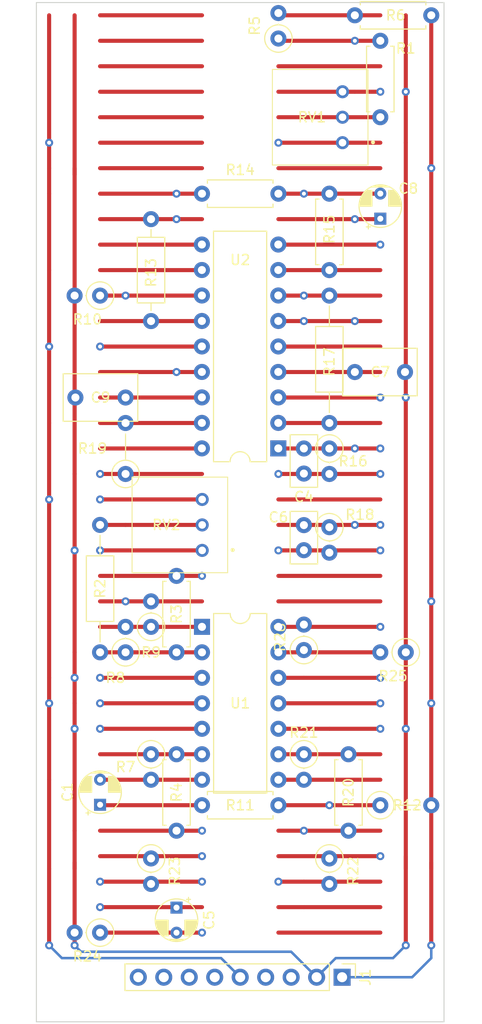
<source format=kicad_pcb>
(kicad_pcb (version 20211014) (generator pcbnew)
  (title_block (title "Eurorack ProtoModule") (date "2021-10-06") (rev "1.0") (company "Len Popp") (comment 1 "Copyright © 2022 Len Popp CC BY") (comment 2 "Layout design for my custom Eurorack breadboard prototyping module"))
  (layers (0 "F.Cu" signal) (1 "In1.Cu" jumper "Wire1.Cu") (2 "In2.Cu" jumper "Wire2.Cu") (3 "In3.Cu" jumper "Wire3.Cu") (4 "In4.Cu" jumper "Wire4.Cu") (31 "B.Cu" signal) (34 "B.Paste" user) (35 "F.Paste" user) (36 "B.SilkS" user "B.Silkscreen") (37 "F.SilkS" user "F.Silkscreen") (38 "B.Mask" user) (39 "F.Mask" user) (44 "Edge.Cuts" user))
  (net 0 "")
  (net 1 "+12V")
  (net 2 "GND")
  (net 3 "-12V")
  (net 4 "Net-(C1-Pad1)")
  (net 5 "Net-(C1-Pad2)")
  (net 6 "Net-(C3-Pad2)")
  (net 8 "Net-(C5-Pad1)")
  (net 9 "Net-(C4-Pad1)")
  (net 10 "/HP")
  (net 11 "Net-(C5-Pad2)")
  (net 12 "Net-(C7-Pad1)")
  (net 13 "Net-(C8-Pad1)")
  (net 14 "/BP")
  (net 15 "Net-(C9-Pad1)")
  (net 16 "/LP")
  (net 17 "OUT")
  (net 18 "IN")
  (net 22 "Net-(R1-Pad1)")
  (net 23 "Net-(R1-Pad2)")
  (net 24 "Net-(R2-Pad1)")
  (net 25 "Net-(R2-Pad2)")
  (net 26 "Net-(R4-Pad2)")
  (net 27 "Net-(R5-Pad2)")
  (net 28 "Net-(R8-Pad2)")
  (net 29 "Net-(R10-Pad1)")
  (net 30 "Net-(R15-Pad2)")
  (net 31 "Net-(R17-Pad2)")
  (net 32 "Net-(R19-Pad2)")
  (net 33 "Net-(R20-Pad2)")
  (net 34 "/BP-OUT")
  (net 35 "unconnected-(U2-Pad5)")
  (net 36 "unconnected-(U2-Pad10)")
  (net 37 "unconnected-(U2-Pad11)")
  (net 38 "unconnected-(U2-Pad18)")
  (net 39 "Net-(R25-Pad2)")
  (footprint "Connector_PinHeader_2.54mm:PinHeader_1x09_P2.54mm_Vertical" (layer "F.Cu") (at 113.03 131.445 -90)
    (fp_text reference "J1" (at 0 -2.33 90) (layer "F.SilkS"))
    (fp_text value "Conn_01x09")
    (pad "1" thru_hole rect locked (at 0 0 270) (size 1.7 1.7) (drill 1) (layers *.Cu *.Mask) (net 3 "-12V"))
    (pad "2" thru_hole oval locked (at 0 2.54 270) (size 1.7 1.7) (drill 1) (layers *.Cu *.Mask) (net 2 "GND"))
    (pad "3" thru_hole oval locked (at 0 5.08 270) (size 1.7 1.7) (drill 1) (layers *.Cu *.Mask) (net 17 "OUT"))
    (pad "4" thru_hole oval locked (at 0 7.62 270) (size 1.7 1.7) (drill 1) (layers *.Cu *.Mask) (net 18 "IN"))
    (pad "5" thru_hole oval locked (at 0 10.16 270) (size 1.7 1.7) (drill 1) (layers *.Cu *.Mask) (net 1 "+12V"))
    (pad "6" thru_hole oval locked (at 0 12.7 270) (size 1.7 1.7) (drill 1) (layers *.Cu *.Mask))
    (pad "7" thru_hole oval locked (at 0 15.24 270) (size 1.7 1.7) (drill 1) (layers *.Cu *.Mask))
    (pad "8" thru_hole oval locked (at 0 17.78 270) (size 1.7 1.7) (drill 1) (layers *.Cu *.Mask))
    (pad "9" thru_hole oval locked (at 0 20.32 270) (size 1.7 1.7) (drill 1) (layers *.Cu *.Mask))
  )
  (footprint "-lmp-misc:C_Rect_L7.2mm_W4.5mm_P5.00mm" (layer "F.Cu") (at 114.3 71.12)
    (fp_text reference "C7" (at 2.54 0) (layer "F.SilkS"))
    (fp_text value "150P")
    (pad "1" thru_hole circle locked (at 0 0) (size 1.6 1.6) (drill 0.8) (layers *.Cu *.Mask) (net 12 "Net-(C7-Pad1)"))
    (pad "2" thru_hole circle locked (at 5 0) (size 1.6 1.6) (drill 0.8) (layers *.Cu *.Mask) (net 2 "GND"))
  )
  (footprint "-lmp-stripboard:SB_Gen_1" (layer "F.Cu") (at 109.22 109.22 -90)
    (fp_text reference "R21" (at -2.159 0 180) (layer "F.SilkS"))
    (fp_text value "100K")
    (pad "1" thru_hole circle locked (at 0 0 270) (size 1.6 1.6) (drill 0.8) (layers *.Cu *.Mask) (net 33 "Net-(R20-Pad2)"))
    (pad "2" thru_hole oval locked (at 2.54 0 270) (size 1.6 1.6) (drill 0.8) (layers *.Cu *.Mask) (net 34 "/BP-OUT"))
  )
  (footprint "-lmp-stripboard:SB_Gen_1" (layer "F.Cu") (at 111.76 86.585 -90)
    (fp_text reference "R18" (at -1.241 -3.048) (layer "F.SilkS"))
    (fp_text value "91K")
    (pad "1" thru_hole circle locked (at 0 0 270) (size 1.6 1.6) (drill 0.8) (layers *.Cu *.Mask) (net 9 "Net-(C4-Pad1)"))
    (pad "2" thru_hole oval locked (at 2.54 0 270) (size 1.6 1.6) (drill 0.8) (layers *.Cu *.Mask) (net 16 "/LP"))
  )
  (footprint "-lmp-stripboard:SB_Gen_1" (layer "F.Cu") (at 106.68 37.875 90)
    (fp_text reference "R5" (at 1.27 -2.37 90) (layer "F.SilkS"))
    (fp_text value "1M")
    (pad "1" thru_hole circle locked (at 0 0 90) (size 1.6 1.6) (drill 0.8) (layers *.Cu *.Mask) (net 23 "Net-(R1-Pad2)"))
    (pad "2" thru_hole oval locked (at 2.54 0 90) (size 1.6 1.6) (drill 0.8) (layers *.Cu *.Mask) (net 27 "Net-(R5-Pad2)"))
  )
  (footprint "-lmp-misc:R_Axial_DIN0207_L6.3mm_D2.5mm_P7.62mm_Horizontal" (layer "F.Cu") (at 96.52 116.84 90)
    (fp_text reference "R4" (at 3.81 0 90) (layer "F.SilkS"))
    (fp_text value "200K")
    (pad "1" thru_hole circle locked (at 0 0 90) (size 1.6 1.6) (drill 0.8) (layers *.Cu *.Mask) (net 18 "IN"))
    (pad "2" thru_hole oval locked (at 7.62 0 90) (size 1.6 1.6) (drill 0.8) (layers *.Cu *.Mask) (net 26 "Net-(R4-Pad2)"))
  )
  (footprint "-lmp-stripboard:SB_Gen_1" (layer "F.Cu") (at 88.9 127 180)
    (fp_text reference "R24" (at 1.27 -2.37) (layer "F.SilkS"))
    (fp_text value "1M")
    (pad "1" thru_hole circle locked (at 0 0 180) (size 1.6 1.6) (drill 0.8) (layers *.Cu *.Mask) (net 11 "Net-(C5-Pad2)"))
    (pad "2" thru_hole oval locked (at 2.54 0 180) (size 1.6 1.6) (drill 0.8) (layers *.Cu *.Mask) (net 2 "GND"))
  )
  (footprint "Package_DIP:DIP-18_W7.62mm" (layer "F.Cu") (at 106.67 78.73 180)
    (fp_text reference "U2" (at 3.8 18.786) (layer "F.SilkS"))
    (fp_text value "CEM3320")
    (pad "1" thru_hole rect (at 0 0 180) (size 1.6 1.6) (drill 0.8) (layers *.Cu *.Mask) (net 9 "Net-(C4-Pad1)"))
    (pad "2" thru_hole oval (at 0 2.54 180) (size 1.6 1.6) (drill 0.8) (layers *.Cu *.Mask) (net 31 "Net-(R17-Pad2)"))
    (pad "3" thru_hole oval (at 0 5.08 180) (size 1.6 1.6) (drill 0.8) (layers *.Cu *.Mask) (net 2 "GND"))
    (pad "4" thru_hole oval (at 0 7.62 180) (size 1.6 1.6) (drill 0.8) (layers *.Cu *.Mask) (net 12 "Net-(C7-Pad1)"))
    (pad "5" thru_hole oval (at 0 10.16 180) (size 1.6 1.6) (drill 0.8) (layers *.Cu *.Mask) (net 35 "unconnected-(U2-Pad5)"))
    (pad "6" thru_hole oval (at 0 12.7 180) (size 1.6 1.6) (drill 0.8) (layers *.Cu *.Mask) (net 13 "Net-(C8-Pad1)"))
    (pad "7" thru_hole oval (at 0 15.24 180) (size 1.6 1.6) (drill 0.8) (layers *.Cu *.Mask) (net 10 "/HP"))
    (pad "8" thru_hole oval (at 0 17.78 180) (size 1.6 1.6) (drill 0.8) (layers *.Cu *.Mask) (net 30 "Net-(R15-Pad2)"))
    (pad "9" thru_hole oval (at 0 20.32 180) (size 1.6 1.6) (drill 0.8) (layers *.Cu *.Mask) (net 23 "Net-(R1-Pad2)"))
    (pad "10" thru_hole oval (at 7.62 20.32 180) (size 1.6 1.6) (drill 0.8) (layers *.Cu *.Mask) (net 36 "unconnected-(U2-Pad10)"))
    (pad "11" thru_hole oval (at 7.62 17.78 180) (size 1.6 1.6) (drill 0.8) (layers *.Cu *.Mask) (net 37 "unconnected-(U2-Pad11)"))
    (pad "12" thru_hole oval (at 7.62 15.24 180) (size 1.6 1.6) (drill 0.8) (layers *.Cu *.Mask) (net 29 "Net-(R10-Pad1)"))
    (pad "13" thru_hole oval (at 7.62 12.7 180) (size 1.6 1.6) (drill 0.8) (layers *.Cu *.Mask) (net 6 "Net-(C3-Pad2)"))
    (pad "14" thru_hole oval (at 7.62 10.16 180) (size 1.6 1.6) (drill 0.8) (layers *.Cu *.Mask) (net 1 "+12V"))
    (pad "15" thru_hole oval (at 7.62 7.62 180) (size 1.6 1.6) (drill 0.8) (layers *.Cu *.Mask) (net 16 "/LP"))
    (pad "16" thru_hole oval (at 7.62 5.08 180) (size 1.6 1.6) (drill 0.8) (layers *.Cu *.Mask) (net 15 "Net-(C9-Pad1)"))
    (pad "17" thru_hole oval (at 7.62 2.54 180) (size 1.6 1.6) (drill 0.8) (layers *.Cu *.Mask) (net 32 "Net-(R19-Pad2)"))
    (pad "18" thru_hole oval (at 7.62 0 180) (size 1.6 1.6) (drill 0.8) (layers *.Cu *.Mask) (net 38 "unconnected-(U2-Pad18)"))
  )
  (footprint "-lmp-stripboard:SB_Gen_2" (layer "F.Cu") (at 91.44 81.28 90)
    (fp_text reference "R19" (at 2.54 -3.302 180) (layer "F.SilkS"))
    (fp_text value "100K")
    (pad "1" thru_hole circle locked (at 0 0 90) (size 1.6 1.6) (drill 0.8) (layers *.Cu *.Mask) (net 13 "Net-(C8-Pad1)"))
    (pad "2" thru_hole oval locked (at 5.08 0 90) (size 1.6 1.6) (drill 0.8) (layers *.Cu *.Mask) (net 32 "Net-(R19-Pad2)"))
  )
  (footprint "-lmp-misc:CP_Radial_D4.0mm_P2.50mm" (layer "F.Cu") (at 96.52 124.507401 -90)
    (fp_text reference "C5" (at 1.25 -3.25 90) (layer "F.SilkS"))
    (fp_text value "4U7")
    (pad "1" thru_hole rect locked (at 0 0 270) (size 1.2 1.2) (drill 0.6) (layers *.Cu *.Mask) (net 8 "Net-(C5-Pad1)"))
    (pad "2" thru_hole circle locked (at 2.5 0 270) (size 1.2 1.2) (drill 0.6) (layers *.Cu *.Mask) (net 11 "Net-(C5-Pad2)"))
  )
  (footprint "-lmp-stripboard:SB_Gen_5" (layer "F.Cu") (at 111.76 63.5 -90)
    (fp_text reference "R17" (at 6.604 0 -90) (layer "F.SilkS"))
    (fp_text value "100K")
    (pad "1" thru_hole circle locked (at 0 0 270) (size 1.6 1.6) (drill 0.8) (layers *.Cu *.Mask) (net 10 "/HP"))
    (pad "2" thru_hole oval locked (at 12.7 0 270) (size 1.6 1.6) (drill 0.8) (layers *.Cu *.Mask) (net 31 "Net-(R17-Pad2)"))
  )
  (footprint "-lmp-stripboard:SB_Gen_1" (layer "F.Cu") (at 109.22 98.835 90)
    (fp_text reference "R26" (at 1.27 -2.37 90) (layer "F.SilkS"))
    (fp_text value "100K")
    (pad "1" thru_hole circle locked (at 0 0 90) (size 1.6 1.6) (drill 0.8) (layers *.Cu *.Mask) (net 39 "Net-(R25-Pad2)"))
    (pad "2" thru_hole oval locked (at 2.54 0 90) (size 1.6 1.6) (drill 0.8) (layers *.Cu *.Mask) (net 17 "OUT"))
  )
  (footprint "-lmp-misc:Potentiometer_Bourns_3310R_Top" (layer "F.Cu") (at 111.145 45.72 -90)
    (fp_text reference "RV1" (at 0 1.123) (layer "F.SilkS"))
    (fp_text value "100K" hide)
    (pad "1" thru_hole circle (at 2.54 -1.925 270) (size 1.302857 1.302857) (drill 0.76) (layers *.Cu *.Mask) (net 1 "+12V"))
    (pad "2" thru_hole circle (at 0 -1.925 270) (size 1.302857 1.302857) (drill 0.76) (layers *.Cu *.Mask) (net 22 "Net-(R1-Pad1)"))
    (pad "3" thru_hole circle (at -2.54 -1.925 270) (size 1.302857 1.302857) (drill 0.76) (layers *.Cu *.Mask) (net 2 "GND"))
  )
  (footprint "-lmp-stripboard:SB_Gen_2" (layer "F.Cu") (at 116.84 114.3)
    (fp_text reference "R12" (at 2.675 0) (layer "F.SilkS"))
    (fp_text value "300K")
    (pad "1" thru_hole circle locked (at 0 0) (size 1.6 1.6) (drill 0.8) (layers *.Cu *.Mask) (net 9 "Net-(C4-Pad1)"))
    (pad "2" thru_hole oval locked (at 5.08 0) (size 1.6 1.6) (drill 0.8) (layers *.Cu *.Mask) (net 3 "-12V"))
  )
  (footprint "-lmp-misc:C_Disc_D5.0mm_W2.5mm_P2.50mm" (layer "F.Cu") (at 109.22 86.38 -90)
    (fp_text reference "C6" (at -0.782 2.54 180) (layer "F.SilkS"))
    (fp_text value "18P")
    (pad "1" thru_hole circle locked (at 0 0 270) (size 1.6 1.6) (drill 0.8) (layers *.Cu *.Mask) (net 9 "Net-(C4-Pad1)"))
    (pad "2" thru_hole circle locked (at 2.5 0 270) (size 1.6 1.6) (drill 0.8) (layers *.Cu *.Mask) (net 16 "/LP"))
  )
  (footprint "-lmp-misc:CP_Radial_D4.0mm_P2.50mm" (layer "F.Cu") (at 116.84 55.8326 90)
    (fp_text reference "C8" (at 3.0006 2.794 180) (layer "F.SilkS"))
    (fp_text value "4U7")
    (pad "1" thru_hole rect locked (at 0 0 90) (size 1.2 1.2) (drill 0.6) (layers *.Cu *.Mask) (net 13 "Net-(C8-Pad1)"))
    (pad "2" thru_hole circle locked (at 2.5 0 90) (size 1.2 1.2) (drill 0.6) (layers *.Cu *.Mask) (net 14 "/BP"))
  )
  (footprint "Package_DIP:DIP-14_W7.62mm" (layer "F.Cu") (at 99.06 96.52)
    (fp_text reference "U1" (at 3.81 7.62) (layer "F.SilkS"))
    (fp_text value "TL074")
    (pad "1" thru_hole rect (at 0 0) (size 1.6 1.6) (drill 0.8) (layers *.Cu *.Mask) (net 28 "Net-(R8-Pad2)"))
    (pad "2" thru_hole oval (at 0 2.54) (size 1.6 1.6) (drill 0.8) (layers *.Cu *.Mask) (net 25 "Net-(R2-Pad2)"))
    (pad "3" thru_hole oval (at 0 5.08) (size 1.6 1.6) (drill 0.8) (layers *.Cu *.Mask) (net 2 "GND"))
    (pad "4" thru_hole oval (at 0 7.62) (size 1.6 1.6) (drill 0.8) (layers *.Cu *.Mask) (net 1 "+12V"))
    (pad "5" thru_hole oval (at 0 10.16) (size 1.6 1.6) (drill 0.8) (layers *.Cu *.Mask) (net 2 "GND"))
    (pad "6" thru_hole oval (at 0 12.7) (size 1.6 1.6) (drill 0.8) (layers *.Cu *.Mask) (net 26 "Net-(R4-Pad2)"))
    (pad "7" thru_hole oval (at 0 15.24) (size 1.6 1.6) (drill 0.8) (layers *.Cu *.Mask) (net 5 "Net-(C1-Pad2)"))
    (pad "8" thru_hole oval (at 7.62 15.24) (size 1.6 1.6) (drill 0.8) (layers *.Cu *.Mask) (net 34 "/BP-OUT"))
    (pad "9" thru_hole oval (at 7.62 12.7) (size 1.6 1.6) (drill 0.8) (layers *.Cu *.Mask) (net 33 "Net-(R20-Pad2)"))
    (pad "10" thru_hole oval (at 7.62 10.16) (size 1.6 1.6) (drill 0.8) (layers *.Cu *.Mask) (net 2 "GND"))
    (pad "11" thru_hole oval (at 7.62 7.62) (size 1.6 1.6) (drill 0.8) (layers *.Cu *.Mask) (net 3 "-12V"))
    (pad "12" thru_hole oval (at 7.62 5.08) (size 1.6 1.6) (drill 0.8) (layers *.Cu *.Mask) (net 11 "Net-(C5-Pad2)"))
    (pad "13" thru_hole oval (at 7.62 2.54) (size 1.6 1.6) (drill 0.8) (layers *.Cu *.Mask) (net 39 "Net-(R25-Pad2)"))
    (pad "14" thru_hole oval (at 7.62 0) (size 1.6 1.6) (drill 0.8) (layers *.Cu *.Mask) (net 17 "OUT"))
  )
  (footprint "-lmp-misc:C_Rect_L7.2mm_W4.5mm_P5.00mm" (layer "F.Cu") (at 91.44 73.66 180)
    (fp_text reference "C9" (at 2.5 0) (layer "F.SilkS"))
    (fp_text value "150P")
    (pad "1" thru_hole circle locked (at 0 0 180) (size 1.6 1.6) (drill 0.8) (layers *.Cu *.Mask) (net 15 "Net-(C9-Pad1)"))
    (pad "2" thru_hole circle locked (at 5 0 180) (size 1.6 1.6) (drill 0.8) (layers *.Cu *.Mask) (net 2 "GND"))
  )
  (footprint "-lmp-stripboard:SB_Gen_1" (layer "F.Cu") (at 88.9 63.5 180)
    (fp_text reference "R10" (at 1.27 -2.37) (layer "F.SilkS"))
    (fp_text value "1K")
    (pad "1" thru_hole circle locked (at 0 0 180) (size 1.6 1.6) (drill 0.8) (layers *.Cu *.Mask) (net 29 "Net-(R10-Pad1)"))
    (pad "2" thru_hole oval locked (at 2.54 0 180) (size 1.6 1.6) (drill 0.8) (layers *.Cu *.Mask) (net 2 "GND"))
  )
  (footprint "-lmp-misc:R_Axial_DIN0207_L6.3mm_D2.5mm_P7.62mm_Horizontal" (layer "F.Cu") (at 113.665 116.84 90)
    (fp_text reference "R20" (at 3.81 0 90) (layer "F.SilkS"))
    (fp_text value "68K")
    (pad "1" thru_hole circle locked (at 0 0 90) (size 1.6 1.6) (drill 0.8) (layers *.Cu *.Mask) (net 14 "/BP"))
    (pad "2" thru_hole oval locked (at 7.62 0 90) (size 1.6 1.6) (drill 0.8) (layers *.Cu *.Mask) (net 33 "Net-(R20-Pad2)"))
  )
  (footprint "-lmp-stripboard:SB_Gen_4" (layer "F.Cu") (at 93.98 66.04 90)
    (fp_text reference "R13" (at 4.826 0 90) (layer "F.SilkS"))
    (fp_text value "1K2")
    (pad "1" thru_hole circle locked (at 0 0 90) (size 1.6 1.6) (drill 0.8) (layers *.Cu *.Mask) (net 6 "Net-(C3-Pad2)"))
    (pad "2" thru_hole oval locked (at 10.16 0 90) (size 1.6 1.6) (drill 0.8) (layers *.Cu *.Mask) (net 3 "-12V"))
  )
  (footprint "-lmp-stripboard:SB_Gen_1" (layer "F.Cu") (at 93.98 109.22 -90)
    (fp_text reference "R7" (at 1.27 2.54 180) (layer "F.SilkS"))
    (fp_text value "100K")
    (pad "1" thru_hole circle locked (at 0 0 270) (size 1.6 1.6) (drill 0.8) (layers *.Cu *.Mask) (net 26 "Net-(R4-Pad2)"))
    (pad "2" thru_hole oval locked (at 2.54 0 270) (size 1.6 1.6) (drill 0.8) (layers *.Cu *.Mask) (net 5 "Net-(C1-Pad2)"))
  )
  (footprint "-lmp-stripboard:SB_Gen_1" (layer "F.Cu") (at 91.44 99.06 90)
    (fp_text reference "R8" (at -2.54 -1.016 180) (layer "F.SilkS"))
    (fp_text value "100K")
    (pad "1" thru_hole circle locked (at 0 0 90) (size 1.6 1.6) (drill 0.8) (layers *.Cu *.Mask) (net 25 "Net-(R2-Pad2)"))
    (pad "2" thru_hole oval locked (at 2.54 0 90) (size 1.6 1.6) (drill 0.8) (layers *.Cu *.Mask) (net 28 "Net-(R8-Pad2)"))
  )
  (footprint "-lmp-misc:C_Disc_D5.0mm_W2.5mm_P2.50mm" (layer "F.Cu") (at 109.22 78.74 -90)
    (fp_text reference "C4" (at 4.826 0 180) (layer "F.SilkS"))
    (fp_text value "10P")
    (pad "1" thru_hole circle locked (at 0 0 270) (size 1.6 1.6) (drill 0.8) (layers *.Cu *.Mask) (net 9 "Net-(C4-Pad1)"))
    (pad "2" thru_hole circle locked (at 2.5 0 270) (size 1.6 1.6) (drill 0.8) (layers *.Cu *.Mask) (net 10 "/HP"))
  )
  (footprint "-lmp-stripboard:SB_Gen_1" (layer "F.Cu") (at 119.38 99.06 180)
    (fp_text reference "R25" (at 1.27 -2.37) (layer "F.SilkS"))
    (fp_text value "100K")
    (pad "1" thru_hole circle locked (at 0 0 180) (size 1.6 1.6) (drill 0.8) (layers *.Cu *.Mask) (net 2 "GND"))
    (pad "2" thru_hole oval locked (at 2.54 0 180) (size 1.6 1.6) (drill 0.8) (layers *.Cu *.Mask) (net 39 "Net-(R25-Pad2)"))
  )
  (footprint "-lmp-stripboard:SB_Gen_1" (layer "F.Cu") (at 93.98 96.52 90)
    (fp_text reference "R9" (at -2.54 0 180) (layer "F.SilkS"))
    (fp_text value "43K")
    (pad "1" thru_hole circle locked (at 0 0 90) (size 1.6 1.6) (drill 0.8) (layers *.Cu *.Mask) (net 28 "Net-(R8-Pad2)"))
    (pad "2" thru_hole oval locked (at 2.54 0 90) (size 1.6 1.6) (drill 0.8) (layers *.Cu *.Mask) (net 29 "Net-(R10-Pad1)"))
  )
  (footprint "-lmp-stripboard:SB_Gen_5" (layer "F.Cu") (at 88.9 86.36 -90)
    (fp_text reference "R2" (at 6.35 0 90) (layer "F.SilkS"))
    (fp_text value "120K")
    (pad "1" thru_hole circle locked (at 0 0 270) (size 1.6 1.6) (drill 0.8) (layers *.Cu *.Mask) (net 24 "Net-(R2-Pad1)"))
    (pad "2" thru_hole oval locked (at 12.7 0 270) (size 1.6 1.6) (drill 0.8) (layers *.Cu *.Mask) (net 25 "Net-(R2-Pad2)"))
  )
  (footprint "-lmp-misc:R_Axial_DIN0207_L6.3mm_D2.5mm_P7.62mm_Horizontal" (layer "F.Cu") (at 96.52 91.44 -90)
    (fp_text reference "R3" (at 3.81 0 -270) (layer "F.SilkS"))
    (fp_text value "150K")
    (pad "1" thru_hole circle locked (at 0 0 270) (size 1.6 1.6) (drill 0.8) (layers *.Cu *.Mask) (net 3 "-12V"))
    (pad "2" thru_hole oval locked (at 7.62 0 270) (size 1.6 1.6) (drill 0.8) (layers *.Cu *.Mask) (net 25 "Net-(R2-Pad2)"))
  )
  (footprint "-lmp-stripboard:SB_Gen_1" (layer "F.Cu") (at 111.76 119.605 -90)
    (fp_text reference "R22" (at 1.27 -2.37 -90) (layer "F.SilkS"))
    (fp_text value "47K")
    (pad "1" thru_hole circle locked (at 0 0 270) (size 1.6 1.6) (drill 0.8) (layers *.Cu *.Mask) (net 10 "/HP"))
    (pad "2" thru_hole oval locked (at 2.54 0 270) (size 1.6 1.6) (drill 0.8) (layers *.Cu *.Mask) (net 8 "Net-(C5-Pad1)"))
  )
  (footprint "-lmp-misc:Potentiometer_Bourns_3310R_Top" (layer "F.Cu") (at 97.155 86.36 -90)
    (fp_text reference "RV2" (at 0 1.651 180) (layer "F.SilkS"))
    (fp_text value "100K" hide)
    (pad "1" thru_hole circle (at 2.54 -1.925 270) (size 1.302857 1.302857) (drill 0.76) (layers *.Cu *.Mask) (net 2 "GND"))
    (pad "2" thru_hole circle (at 0 -1.925 270) (size 1.302857 1.302857) (drill 0.76) (layers *.Cu *.Mask) (net 24 "Net-(R2-Pad1)"))
    (pad "3" thru_hole circle (at -2.54 -1.925 270) (size 1.302857 1.302857) (drill 0.76) (layers *.Cu *.Mask) (net 1 "+12V"))
  )
  (footprint "-lmp-stripboard:SB_Gen_1" (layer "F.Cu") (at 111.76 78.74 -90)
    (fp_text reference "R16" (at 1.27 -2.37 180) (layer "F.SilkS"))
    (fp_text value "100K")
    (pad "1" thru_hole circle locked (at 0 0 270) (size 1.6 1.6) (drill 0.8) (layers *.Cu *.Mask) (net 9 "Net-(C4-Pad1)"))
    (pad "2" thru_hole oval locked (at 2.54 0 270) (size 1.6 1.6) (drill 0.8) (layers *.Cu *.Mask) (net 10 "/HP"))
  )
  (footprint "-lmp-misc:R_Axial_DIN0207_L6.3mm_D2.5mm_P7.62mm_Horizontal" (layer "F.Cu") (at 99.06 114.3)
    (fp_text reference "R11" (at 3.81 0) (layer "F.SilkS"))
    (fp_text value "91K")
    (pad "1" thru_hole circle locked (at 0 0) (size 1.6 1.6) (drill 0.8) (layers *.Cu *.Mask) (net 4 "Net-(C1-Pad1)"))
    (pad "2" thru_hole oval locked (at 7.62 0) (size 1.6 1.6) (drill 0.8) (layers *.Cu *.Mask) (net 9 "Net-(C4-Pad1)"))
  )
  (footprint "-lmp-misc:R_Axial_DIN0207_L6.3mm_D2.5mm_P7.62mm_Horizontal" (layer "F.Cu") (at 111.76 53.34 -90)
    (fp_text reference "R15" (at 3.556 0 90) (layer "F.SilkS"))
    (fp_text value "220K")
    (pad "1" thru_hole circle locked (at 0 0 270) (size 1.6 1.6) (drill 0.8) (layers *.Cu *.Mask) (net 14 "/BP"))
    (pad "2" thru_hole oval locked (at 7.62 0 270) (size 1.6 1.6) (drill 0.8) (layers *.Cu *.Mask) (net 30 "Net-(R15-Pad2)"))
  )
  (footprint "-lmp-misc:CP_Radial_D4.0mm_P2.50mm" (layer "F.Cu") (at 88.9 114.252599 90)
    (fp_text reference "C1" (at 1.25 -3.25 90) (layer "F.SilkS"))
    (fp_text value "4U7")
    (pad "1" thru_hole rect locked (at 0 0 90) (size 1.2 1.2) (drill 0.6) (layers *.Cu *.Mask) (net 4 "Net-(C1-Pad1)"))
    (pad "2" thru_hole circle locked (at 2.5 0 90) (size 1.2 1.2) (drill 0.6) (layers *.Cu *.Mask) (net 5 "Net-(C1-Pad2)"))
  )
  (footprint "-lmp-misc:R_Axial_DIN0207_L6.3mm_D2.5mm_P7.62mm_Horizontal" (layer "F.Cu") (at 114.3 35.56)
    (fp_text reference "R6" (at 4.064 0) (layer "F.SilkS"))
    (fp_text value "1M5")
    (pad "1" thru_hole circle locked (at 0 0) (size 1.6 1.6) (drill 0.8) (layers *.Cu *.Mask) (net 27 "Net-(R5-Pad2)"))
    (pad "2" thru_hole oval locked (at 7.62 0) (size 1.6 1.6) (drill 0.8) (layers *.Cu *.Mask) (net 3 "-12V"))
  )
  (footprint "-lmp-misc:R_Axial_DIN0207_L6.3mm_D2.5mm_P7.62mm_Horizontal" (layer "F.Cu") (at 99.06 53.34)
    (fp_text reference "R14" (at 3.81 -2.37) (layer "F.SilkS"))
    (fp_text value "240K")
    (pad "1" thru_hole circle locked (at 0 0) (size 1.6 1.6) (drill 0.8) (layers *.Cu *.Mask) (net 9 "Net-(C4-Pad1)"))
    (pad "2" thru_hole oval locked (at 7.62 0) (size 1.6 1.6) (drill 0.8) (layers *.Cu *.Mask) (net 14 "/BP"))
  )
  (footprint "-lmp-stripboard:SB_Gen_1" (layer "F.Cu") (at 93.98 119.605 -90)
    (fp_text reference "R23" (at 1.27 -2.37 -90) (layer "F.SilkS"))
    (fp_text value "47K")
    (pad "1" thru_hole circle locked (at 0 0 270) (size 1.6 1.6) (drill 0.8) (layers *.Cu *.Mask) (net 16 "/LP"))
    (pad "2" thru_hole oval locked (at 2.54 0 270) (size 1.6 1.6) (drill 0.8) (layers *.Cu *.Mask) (net 8 "Net-(C5-Pad1)"))
  )
  (footprint "-lmp-misc:R_Axial_DIN0207_L6.3mm_D2.5mm_P7.62mm_Horizontal" (layer "F.Cu") (at 116.84 45.72 90)
    (fp_text reference "R1" (at 6.858 2.54 180) (layer "F.SilkS"))
    (fp_text value "130K")
    (pad "1" thru_hole circle locked (at 0 0 90) (size 1.6 1.6) (drill 0.8) (layers *.Cu *.Mask) (net 22 "Net-(R1-Pad1)"))
    (pad "2" thru_hole oval locked (at 7.62 0 90) (size 1.6 1.6) (drill 0.8) (layers *.Cu *.Mask) (net 23 "Net-(R1-Pad2)"))
  )
  (gr_line (start 123.19 135.89) (end 82.55 135.89) (layer "Edge.Cuts") (width 0.1))
  (gr_line (start 123.19 34.29) (end 123.19 135.89) (layer "Edge.Cuts") (width 0.1))
  (gr_line (start 82.55 135.89) (end 82.55 34.29) (layer "Edge.Cuts") (width 0.1))
  (gr_line (start 82.55 34.29) (end 123.19 34.29) (layer "Edge.Cuts") (width 0.1))
  (segment (start 116.84 91.44) (end 109.22 91.44) (width 0.4064) (layer "F.Cu") (net 0))
  (segment (start 99.06 50.8) (end 88.9 50.8) (width 0.4064) (layer "F.Cu") (net 0))
  (segment (start 116.84 50.8) (end 106.68 50.8) (width 0.4064) (layer "F.Cu") (net 0))
  (segment (start 116.84 93.98) (end 106.68 93.98) (width 0.4064) (layer "F.Cu") (net 0))
  (segment (start 116.84 83.82) (end 106.68 83.82) (width 0.4064) (layer "F.Cu") (net 0))
  (segment (start 99.06 48.26) (end 88.9 48.26) (width 0.4064) (layer "F.Cu") (net 0))
  (segment (start 109.22 124.46) (end 106.68 124.46) (width 0.4064) (layer "F.Cu") (net 0))
  (segment (start 99.06 40.64) (end 88.9 40.64) (width 0.4064) (layer "F.Cu") (net 0))
  (segment (start 116.84 124.46) (end 109.22 124.46) (width 0.4064) (layer "F.Cu") (net 0))
  (segment (start 99.06 35.56) (end 88.9 35.56) (width 0.4064) (layer "F.Cu") (net 0))
  (segment (start 99.06 43.18) (end 88.9 43.18) (width 0.4064) (layer "F.Cu") (net 0))
  (segment (start 99.06 38.1) (end 88.9 38.1) (width 0.4064) (layer "F.Cu") (net 0))
  (segment (start 109.22 91.44) (end 106.68 91.44) (width 0.4064) (layer "F.Cu") (net 0))
  (segment (start 99.06 45.72) (end 88.9 45.72) (width 0.4064) (layer "F.Cu") (net 0))
  (segment (start 116.84 40.64) (end 106.68 40.64) (width 0.4064) (layer "F.Cu") (net 0))
  (segment (start 116.84 127) (end 106.68 127) (width 0.4064) (layer "F.Cu") (net 0))
  (segment (start 99.06 104.14) (end 88.9 104.14) (width 0.4064) (layer "F.Cu") (net 1))
  (segment (start 99.06 83.82) (end 88.9 83.82) (width 0.4064) (layer "F.Cu") (net 1))
  (segment (start 83.82 50.8) (end 83.82 53.34) (width 0.4064) (layer "F.Cu") (net 1))
  (segment (start 99.06 68.58) (end 88.9 68.58) (width 0.4064) (layer "F.Cu") (net 1))
  (segment (start 83.82 128.27) (end 83.82 128.27) (width 0.4064) (layer "F.Cu") (net 1))
  (segment (start 83.82 50.8) (end 83.82 35.56) (width 0.4064) (layer "F.Cu") (net 1))
  (segment (start 83.82 111.76) (end 83.82 120.65) (width 0.4064) (layer "F.Cu") (net 1))
  (segment (start 83.82 101.6) (end 83.82 111.76) (width 0.4064) (layer "F.Cu") (net 1))
  (segment (start 83.82 60.96) (end 83.82 76.2) (width 0.4064) (layer "F.Cu") (net 1))
  (segment (start 83.82 128.27) (end 83.82 120.65) (width 0.4064) (layer "F.Cu") (net 1))
  (segment (start 83.82 53.34) (end 83.82 60.96) (width 0.4064) (layer "F.Cu") (net 1))
  (segment (start 83.82 76.2) (end 83.82 101.6) (width 0.4064) (layer "F.Cu") (net 1))
  (segment (start 116.84 48.26) (end 106.68 48.26) (width 0.4064) (layer "F.Cu") (net 1))
  (via (at 83.82 83.82) (size 0.8) (drill 0.4) (layers "F.Cu" "B.Cu") (net 1))
  (via (at 83.82 128.27) (size 0.8) (drill 0.4) (layers "F.Cu" "B.Cu") (net 1))
  (via (at 83.82 48.26) (size 0.8) (drill 0.4) (layers "F.Cu" "B.Cu") (net 1))
  (via (at 88.9 83.82) (size 0.8) (drill 0.4) (layers "F.Cu" "B.Cu") (net 1))
  (via (at 88.9 68.58) (size 0.8) (drill 0.4) (layers "F.Cu" "B.Cu") (net 1))
  (via (at 83.82 104.14) (size 0.8) (drill 0.4) (layers "F.Cu" "B.Cu") (net 1))
  (via (at 88.9 104.14) (size 0.8) (drill 0.4) (layers "F.Cu" "B.Cu") (net 1))
  (via (at 83.82 68.58) (size 0.8) (drill 0.4) (layers "F.Cu" "B.Cu") (net 1))
  (via (at 106.68 48.26) (size 0.8) (drill 0.4) (layers "F.Cu" "B.Cu") (net 1))
  (segment (start 102.87 131.445) (end 100.965 129.54) (width 0.25) (layer "B.Cu") (net 1))
  (segment (start 85.09 129.54) (end 84.219999 128.669999) (width 0.25) (layer "B.Cu") (net 1))
  (segment (start 100.965 129.54) (end 85.09 129.54) (width 0.25) (layer "B.Cu") (net 1))
  (segment (start 84.219999 128.669999) (end 83.82 128.27) (width 0.25) (layer "B.Cu") (net 1))
  (segment (start 99.06 88.9) (end 88.9 88.9) (width 0.4064) (layer "F.Cu") (net 2))
  (segment (start 99.06 101.6) (end 88.9 101.6) (width 0.4064) (layer "F.Cu") (net 2))
  (segment (start 116.84 106.68) (end 111.76 106.68) (width 0.4064) (layer "F.Cu") (net 2))
  (segment (start 99.06 106.68) (end 88.9 106.68) (width 0.4064) (layer "F.Cu") (net 2))
  (segment (start 116.84 73.66) (end 106.68 73.66) (width 0.4064) (layer "F.Cu") (net 2))
  (segment (start 119.38 128.27) (end 119.38 128.27) (width 0.4064) (layer "F.Cu") (net 2))
  (segment (start 86.36 128.27) (end 86.36 128.27) (width 0.4064) (layer "F.Cu") (net 2))
  (segment (start 116.84 43.18) (end 114.3 43.18) (width 0.4064) (layer "F.Cu") (net 2))
  (segment (start 86.36 50.8) (end 86.36 51.435) (width 0.4064) (layer "F.Cu") (net 2))
  (segment (start 86.36 116.84) (end 86.36 120.015) (width 0.4064) (layer "F.Cu") (net 2))
  (segment (start 111.76 106.68) (end 106.68 106.68) (width 0.4064) (layer "F.Cu") (net 2))
  (segment (start 86.36 104.14) (end 86.36 116.84) (width 0.4064) (layer "F.Cu") (net 2))
  (segment (start 86.36 51.435) (end 86.36 81.28) (width 0.4064) (layer "F.Cu") (net 2))
  (segment (start 119.38 48.26) (end 119.38 35.56) (width 0.4064) (layer "F.Cu") (net 2))
  (segment (start 86.36 99.06) (end 86.36 104.14) (width 0.4064) (layer "F.Cu") (net 2))
  (segment (start 86.36 120.015) (end 86.36 120.65) (width 0.4064) (layer "F.Cu") (net 2))
  (segment (start 114.3 43.18) (end 106.68 43.18) (width 0.4064) (layer "F.Cu") (net 2))
  (segment (start 119.38 120.65) (end 119.38 48.26) (width 0.4064) (layer "F.Cu") (net 2))
  (segment (start 119.38 119.38) (end 119.38 128.27) (width 0.4064) (layer "F.Cu") (net 2))
  (segment (start 86.36 81.28) (end 86.36 99.06) (width 0.4064) (layer "F.Cu") (net 2))
  (segment (start 86.36 128.27) (end 86.36 120.015) (width 0.4064) (layer "F.Cu") (net 2))
  (segment (start 86.36 51.435) (end 86.36 35.56) (width 0.4064) (layer "F.Cu") (net 2))
  (via (at 86.36 106.68) (size 0.8) (drill 0.4) (layers "F.Cu" "B.Cu") (net 2))
  (via (at 86.36 88.9) (size 0.8) (drill 0.4) (layers "F.Cu" "B.Cu") (net 2))
  (via (at 119.38 128.27) (size 0.8) (drill 0.4) (layers "F.Cu" "B.Cu") (net 2))
  (via (at 88.9 106.68) (size 0.8) (drill 0.4) (layers "F.Cu" "B.Cu") (net 2))
  (via (at 88.9 101.6) (size 0.8) (drill 0.4) (layers "F.Cu" "B.Cu") (net 2))
  (via (at 119.38 73.66) (size 0.8) (drill 0.4) (layers "F.Cu" "B.Cu") (net 2))
  (via (at 116.84 73.66) (size 0.8) (drill 0.4) (layers "F.Cu" "B.Cu") (net 2))
  (via (at 116.84 106.68) (size 0.8) (drill 0.4) (layers "F.Cu" "B.Cu") (net 2))
  (via (at 86.36 128.27) (size 0.8) (drill 0.4) (layers "F.Cu" "B.Cu") (net 2))
  (via (at 119.38 106.68) (size 0.8) (drill 0.4) (layers "F.Cu" "B.Cu") (net 2))
  (via (at 86.36 101.6) (size 0.8) (drill 0.4) (layers "F.Cu" "B.Cu") (net 2))
  (via (at 116.84 43.18) (size 0.8) (drill 0.4) (layers "F.Cu" "B.Cu") (net 2))
  (via (at 119.38 43.18) (size 0.8) (drill 0.4) (layers "F.Cu" "B.Cu") (net 2))
  (via (at 88.9 88.9) (size 0.8) (drill 0.4) (layers "F.Cu" "B.Cu") (net 2))
  (segment (start 86.36 128.27) (end 86.995 128.905) (width 0.25) (layer "B.Cu") (net 2))
  (segment (start 107.95 128.905) (end 110.49 131.445) (width 0.25) (layer "B.Cu") (net 2))
  (segment (start 112.395 129.54) (end 110.49 131.445) (width 0.25) (layer "B.Cu") (net 2))
  (segment (start 119.38 128.27) (end 118.11 129.54) (width 0.25) (layer "B.Cu") (net 2))
  (segment (start 118.11 129.54) (end 112.395 129.54) (width 0.25) (layer "B.Cu") (net 2))
  (segment (start 86.995 128.905) (end 107.95 128.905) (width 0.25) (layer "B.Cu") (net 2))
  (segment (start 116.84 104.14) (end 106.68 104.14) (width 0.4064) (layer "F.Cu") (net 3))
  (segment (start 99.06 55.88) (end 96.52 55.88) (width 0.4064) (layer "F.Cu") (net 3))
  (segment (start 99.06 91.44) (end 88.9 91.44) (width 0.4064) (layer "F.Cu") (net 3))
  (segment (start 121.92 128.27) (end 121.92 128.27) (width 0.4064) (layer "F.Cu") (net 3))
  (segment (start 121.92 120.015) (end 121.92 120.65) (width 0.4064) (layer "F.Cu") (net 3))
  (segment (start 96.52 55.88) (end 88.9 55.88) (width 0.4064) (layer "F.Cu") (net 3))
  (segment (start 121.92 93.98) (end 121.92 120.015) (width 0.4064) (layer "F.Cu") (net 3))
  (segment (start 121.92 35.56) (end 121.92 50.8) (width 0.4064) (layer "F.Cu") (net 3))
  (segment (start 121.92 50.8) (end 121.92 93.98) (width 0.4064) (layer "F.Cu") (net 3))
  (segment (start 121.92 128.27) (end 121.92 120.015) (width 0.4064) (layer "F.Cu") (net 3))
  (via (at 121.92 104.14) (size 0.8) (drill 0.4) (layers "F.Cu" "B.Cu") (net 3))
  (via (at 99.06 91.44) (size 0.8) (drill 0.4) (layers "F.Cu" "B.Cu") (net 3))
  (via (at 121.92 128.27) (size 0.8) (drill 0.4) (layers "F.Cu" "B.Cu") (net 3))
  (via (at 116.84 104.14) (size 0.8) (drill 0.4) (layers "F.Cu" "B.Cu") (net 3))
  (via (at 96.52 55.88) (size 0.8) (drill 0.4) (layers "F.Cu" "B.Cu") (net 3))
  (via (at 121.92 50.8) (size 0.8) (drill 0.4) (layers "F.Cu" "B.Cu") (net 3))
  (via (at 121.92 93.98) (size 0.8) (drill 0.4) (layers "F.Cu" "B.Cu") (net 3))
  (segment (start 121.92 128.27) (end 121.92 129.54) (width 0.25) (layer "B.Cu") (net 3))
  (segment (start 120.015 131.445) (end 113.03 131.445) (width 0.25) (layer "B.Cu") (net 3))
  (segment (start 121.92 129.54) (end 120.015 131.445) (width 0.25) (layer "B.Cu") (net 3))
  (segment (start 99.06 114.3) (end 88.9 114.3) (width 0.4064) (layer "F.Cu") (net 4))
  (segment (start 99.06 111.76) (end 88.9 111.76) (width 0.4064) (layer "F.Cu") (net 5))
  (segment (start 99.06 66.04) (end 88.9 66.04) (width 0.4064) (layer "F.Cu") (net 6))
  (segment (start 109.22 121.92) (end 106.68 121.92) (width 0.4064) (layer "F.Cu") (net 8))
  (segment (start 116.84 121.92) (end 109.22 121.92) (width 0.4064) (layer "F.Cu") (net 8))
  (segment (start 99.06 124.46) (end 88.9 124.46) (width 0.4064) (layer "F.Cu") (net 8))
  (segment (start 99.06 121.92) (end 96.52 121.92) (width 0.4064) (layer "F.Cu") (net 8))
  (segment (start 96.52 121.92) (end 88.9 121.92) (width 0.4064) (layer "F.Cu") (net 8))
  (via (at 106.68 121.92) (size 0.8) (drill 0.4) (layers "F.Cu" "B.Cu") (net 8))
  (via (at 99.06 121.92) (size 0.8) (drill 0.4) (layers "F.Cu" "B.Cu") (net 8))
  (via (at 88.9 121.92) (size 0.8) (drill 0.4) (layers "F.Cu" "B.Cu") (net 8))
  (via (at 88.9 124.46) (size 0.8) (drill 0.4) (layers "F.Cu" "B.Cu") (net 8))
  (segment (start 99.06 53.34) (end 96.52 53.34) (width 0.4064) (layer "F.Cu") (net 9))
  (segment (start 116.84 114.3) (end 106.68 114.3) (width 0.4064) (layer "F.Cu") (net 9))
  (segment (start 116.84 86.36) (end 106.68 86.36) (width 0.4064) (layer "F.Cu") (net 9))
  (segment (start 114.3 78.74) (end 106.68 78.74) (width 0.4064) (layer "F.Cu") (net 9))
  (segment (start 96.52 53.34) (end 88.9 53.34) (width 0.4064) (layer "F.Cu") (net 9))
  (segment (start 116.84 78.74) (end 114.3 78.74) (width 0.4064) (layer "F.Cu") (net 9))
  (via (at 116.84 78.74) (size 0.8) (drill 0.4) (layers "F.Cu" "B.Cu") (net 9))
  (via (at 96.52 53.34) (size 0.8) (drill 0.4) (layers "F.Cu" "B.Cu") (net 9))
  (via (at 114.3 86.36) (size 0.8) (drill 0.4) (layers "F.Cu" "B.Cu") (net 9))
  (via (at 114.3 78.74) (size 0.8) (drill 0.4) (layers "F.Cu" "B.Cu") (net 9))
  (via (at 111.76 114.3) (size 0.8) (drill 0.4) (layers "F.Cu" "B.Cu") (net 9))
  (via (at 116.84 86.36) (size 0.8) (drill 0.4) (layers "F.Cu" "B.Cu") (net 9))
  (segment (start 116.84 119.38) (end 106.68 119.38) (width 0.4064) (layer "F.Cu") (net 10))
  (segment (start 116.84 81.28) (end 106.68 81.28) (width 0.4064) (layer "F.Cu") (net 10))
  (segment (start 116.84 63.5) (end 109.22 63.5) (width 0.4064) (layer "F.Cu") (net 10))
  (segment (start 109.22 63.5) (end 106.68 63.5) (width 0.4064) (layer "F.Cu") (net 10))
  (via (at 106.68 81.28) (size 0.8) (drill 0.4) (layers "F.Cu" "B.Cu") (net 10))
  (via (at 116.84 81.28) (size 0.8) (drill 0.4) (layers "F.Cu" "B.Cu") (net 10))
  (via (at 109.22 63.5) (size 0.8) (drill 0.4) (layers "F.Cu" "B.Cu") (net 10))
  (via (at 116.84 119.38) (size 0.8) (drill 0.4) (layers "F.Cu" "B.Cu") (net 10))
  (segment (start 116.84 101.6) (end 109.22 101.6) (width 0.4064) (layer "F.Cu") (net 11))
  (segment (start 109.22 101.6) (end 106.68 101.6) (width 0.4064) (layer "F.Cu") (net 11))
  (segment (start 99.06 127) (end 88.9 127) (width 0.4064) (layer "F.Cu") (net 11))
  (via (at 99.06 127) (size 0.8) (drill 0.4) (layers "F.Cu" "B.Cu") (net 11))
  (via (at 116.84 101.6) (size 0.8) (drill 0.4) (layers "F.Cu" "B.Cu") (net 11))
  (segment (start 116.84 71.12) (end 111.76 71.12) (width 0.4064) (layer "F.Cu") (net 12))
  (segment (start 111.76 71.12) (end 106.68 71.12) (width 0.4064) (layer "F.Cu") (net 12))
  (segment (start 99.06 81.28) (end 88.9 81.28) (width 0.4064) (layer "F.Cu") (net 13))
  (segment (start 116.84 55.88) (end 106.68 55.88) (width 0.4064) (layer "F.Cu") (net 13))
  (segment (start 114.3 66.04) (end 109.22 66.04) (width 0.4064) (layer "F.Cu") (net 13))
  (segment (start 109.22 66.04) (end 106.68 66.04) (width 0.4064) (layer "F.Cu") (net 13))
  (segment (start 116.84 66.04) (end 114.3 66.04) (width 0.4064) (layer "F.Cu") (net 13))
  (via (at 114.3 55.88) (size 0.8) (drill 0.4) (layers "F.Cu" "B.Cu") (net 13))
  (via (at 109.22 66.04) (size 0.8) (drill 0.4) (layers "F.Cu" "B.Cu") (net 13))
  (via (at 88.9 81.28) (size 0.8) (drill 0.4) (layers "F.Cu" "B.Cu") (net 13))
  (via (at 114.3 66.04) (size 0.8) (drill 0.4) (layers "F.Cu" "B.Cu") (net 13))
  (segment (start 116.84 116.84) (end 109.22 116.84) (width 0.4064) (layer "F.Cu") (net 14))
  (segment (start 116.84 53.34) (end 109.22 53.34) (width 0.4064) (layer "F.Cu") (net 14))
  (segment (start 109.22 116.84) (end 106.68 116.84) (width 0.4064) (layer "F.Cu") (net 14))
  (segment (start 109.22 53.34) (end 106.68 53.34) (width 0.4064) (layer "F.Cu") (net 14))
  (via (at 109.22 53.34) (size 0.8) (drill 0.4) (layers "F.Cu" "B.Cu") (net 14))
  (via (at 109.22 116.84) (size 0.8) (drill 0.4) (layers "F.Cu" "B.Cu") (net 14))
  (segment (start 99.06 73.66) (end 88.9 73.66) (width 0.4064) (layer "F.Cu") (net 15))
  (segment (start 99.06 71.12) (end 88.9 71.12) (width 0.4064) (layer "F.Cu") (net 16))
  (segment (start 99.06 119.38) (end 88.9 119.38) (width 0.4064) (layer "F.Cu") (net 16))
  (segment (start 116.84 88.9) (end 106.68 88.9) (width 0.4064) (layer "F.Cu") (net 16))
  (via (at 96.52 71.12) (size 0.8) (drill 0.4) (layers "F.Cu" "B.Cu") (net 16))
  (via (at 116.84 88.9) (size 0.8) (drill 0.4) (layers "F.Cu" "B.Cu") (net 16))
  (via (at 106.68 88.9) (size 0.8) (drill 0.4) (layers "F.Cu" "B.Cu") (net 16))
  (via (at 99.06 119.38) (size 0.8) (drill 0.4) (layers "F.Cu" "B.Cu") (net 16))
  (segment (start 116.84 96.52) (end 109.22 96.52) (width 0.4064) (layer "F.Cu") (net 17))
  (segment (start 109.22 96.52) (end 106.68 96.52) (width 0.4064) (layer "F.Cu") (net 17))
  (via (at 116.84 96.52) (size 0.8) (drill 0.4) (layers "F.Cu" "B.Cu") (net 17))
  (segment (start 99.06 116.84) (end 88.9 116.84) (width 0.4064) (layer "F.Cu") (net 18))
  (via (at 99.06 116.84) (size 0.8) (drill 0.4) (layers "F.Cu" "B.Cu") (net 18))
  (segment (start 116.84 45.72) (end 106.68 45.72) (width 0.4064) (layer "F.Cu") (net 22))
  (segment (start 116.84 58.42) (end 106.68 58.42) (width 0.4064) (layer "F.Cu") (net 23))
  (segment (start 116.84 38.1) (end 106.68 38.1) (width 0.4064) (layer "F.Cu") (net 23))
  (via (at 116.84 58.42) (size 0.8) (drill 0.4) (layers "F.Cu" "B.Cu") (net 23))
  (via (at 114.3 38.1) (size 0.8) (drill 0.4) (layers "F.Cu" "B.Cu") (net 23))
  (segment (start 99.06 86.36) (end 91.44 86.36) (width 0.4064) (layer "F.Cu") (net 24))
  (segment (start 91.44 86.36) (end 88.9 86.36) (width 0.4064) (layer "F.Cu") (net 24))
  (segment (start 99.06 99.06) (end 88.9 99.06) (width 0.4064) (layer "F.Cu") (net 25))
  (segment (start 99.06 109.22) (end 88.9 109.22) (width 0.4064) (layer "F.Cu") (net 26))
  (segment (start 116.84 35.56) (end 106.68 35.56) (width 0.4064) (layer "F.Cu") (net 27))
  (segment (start 99.06 96.52) (end 88.9 96.52) (width 0.4064) (layer "F.Cu") (net 28))
  (segment (start 99.06 63.5) (end 88.9 63.5) (width 0.4064) (layer "F.Cu") (net 29))
  (segment (start 99.06 93.98) (end 88.9 93.98) (width 0.4064) (layer "F.Cu") (net 29))
  (via (at 91.44 93.98) (size 0.8) (drill 0.4) (layers "F.Cu" "B.Cu") (net 29))
  (via (at 91.44 63.5) (size 0.8) (drill 0.4) (layers "F.Cu" "B.Cu") (net 29))
  (segment (start 116.84 60.96) (end 106.68 60.96) (width 0.4064) (layer "F.Cu") (net 30))
  (segment (start 116.84 76.2) (end 106.68 76.2) (width 0.4064) (layer "F.Cu") (net 31))
  (segment (start 99.06 76.2) (end 88.9 76.2) (width 0.4064) (layer "F.Cu") (net 32))
  (segment (start 116.84 109.22) (end 106.68 109.22) (width 0.4064) (layer "F.Cu") (net 33))
  (segment (start 116.84 111.76) (end 106.68 111.76) (width 0.4064) (layer "F.Cu") (net 34))
  (segment (start 116.84 68.58) (end 106.68 68.58) (width 0.4064) (layer "F.Cu") (net 35))
  (segment (start 99.06 58.42) (end 88.9 58.42) (width 0.4064) (layer "F.Cu") (net 36))
  (segment (start 99.06 60.96) (end 88.9 60.96) (width 0.4064) (layer "F.Cu") (net 37))
  (segment (start 99.06 78.74) (end 88.9 78.74) (width 0.4064) (layer "F.Cu") (net 38))
  (segment (start 116.84 99.06) (end 109.22 99.06) (width 0.4064) (layer "F.Cu") (net 39))
  (segment (start 109.22 99.06) (end 106.68 99.06) (width 0.4064) (layer "F.Cu") (net 39))
)
</source>
